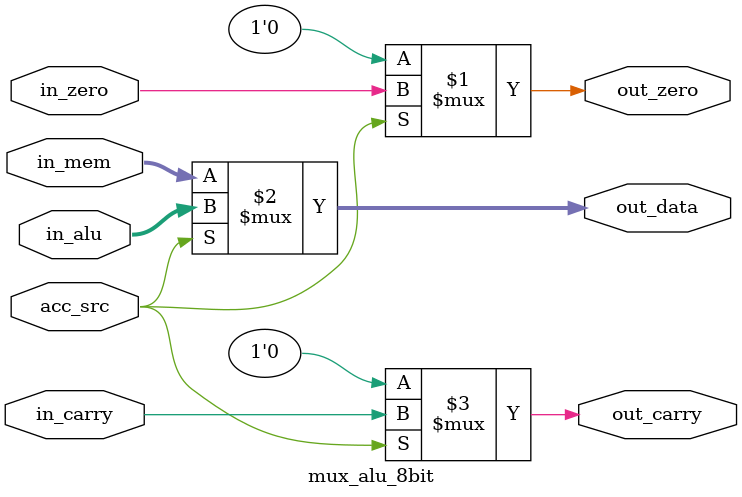
<source format=v>
module mux_alu_8bit(acc_src,in_carry,in_zero,in_alu,in_mem,out_data,out_carry,out_zero);
	input acc_src,in_carry,in_zero;
	input [7:0]in_alu,in_mem;
	output [7:0]out_data;
	output out_carry,out_zero;
	
	assign out_zero = acc_src ? in_zero : 1'b0;
	assign out_data = acc_src ? in_alu : in_mem;
	assign out_carry = acc_src ? in_carry : 1'b0;	
/*always@(*)begin
    case(acc_src)
		0:begin 
			out_zero <= 0;
			out_data <=in_mem;
			out_carry <=0;
		end
		1:begin
			out_zero <= in_zero;
			out_data <=in_alu;
			out_carry <=in_carry ;
		end
		default:begin
			out_zero <= 0;
			out_data <=8'h00;
			out_carry <=0;
		end
	endcase

end
*/
endmodule
</source>
